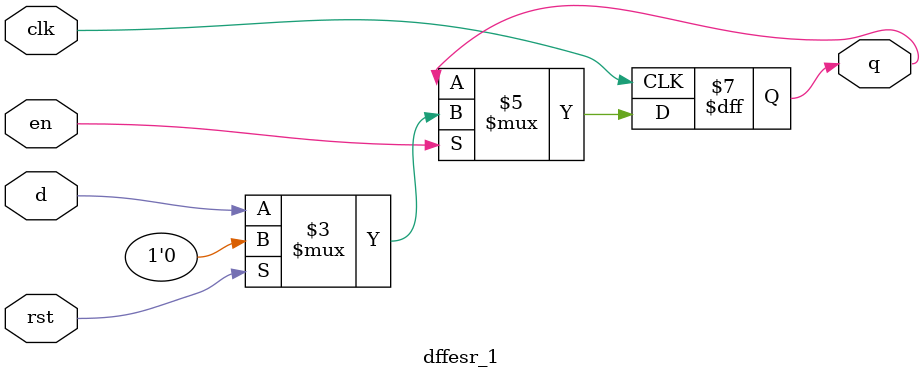
<source format=v>
module dffesr_1 (clk, d, en, rst, q);
   input clk, d, en, rst;
   output reg q;

   always @(posedge clk)
     begin
	if (en) begin
	   if (rst)
	     q <= #1 0;
	   else 
	     q <= #1 d;
	end
     end
endmodule 

</source>
